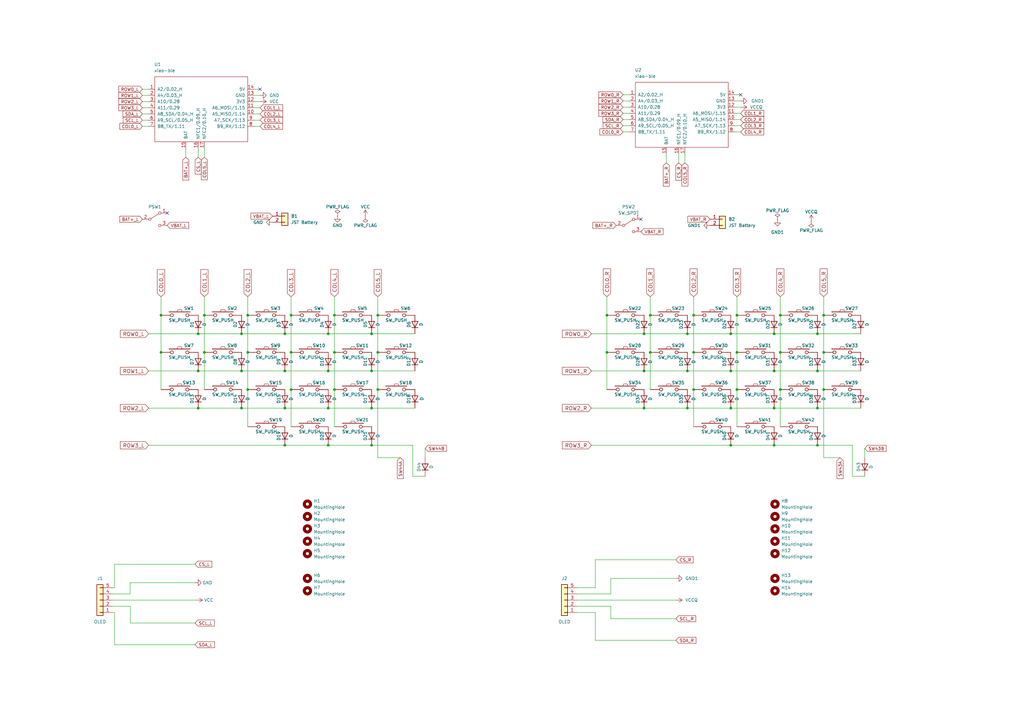
<source format=kicad_sch>
(kicad_sch (version 20231120) (generator "eeschema") (generator_version "8.0")
  (paper "A3")
  (title_block (title "Corne Xiao") (date "2024-09-09") (rev "1.1") (company "Author : Friction"))
  (junction (at 116.84 136.906))
  (junction (at 101.6 144.526))
  (junction (at 317.5 152.146))
  (junction (at 134.62 167.386))
  (junction (at 284.48 159.766))
  (junction (at 299.72 167.386))
  (junction (at 264.16 167.386))
  (junction (at 137.16 159.766))
  (junction (at 264.16 136.906))
  (junction (at 337.82 159.766))
  (junction (at 335.28 152.146))
  (junction (at 152.4 152.146))
  (junction (at 152.4 136.906))
  (junction (at 284.48 144.526))
  (junction (at 154.94 159.766))
  (junction (at 248.92 129.286))
  (junction (at 266.7 144.526))
  (junction (at 116.84 167.386))
  (junction (at 152.4 167.386))
  (junction (at 335.28 136.906))
  (junction (at 83.82 144.526))
  (junction (at 302.26 129.286))
  (junction (at 281.94 167.386))
  (junction (at 134.62 136.906))
  (junction (at 248.92 144.526))
  (junction (at 154.94 129.286))
  (junction (at 81.28 167.386))
  (junction (at 317.5 167.386))
  (junction (at 302.26 159.766))
  (junction (at 266.7 129.286))
  (junction (at 116.84 182.626))
  (junction (at 299.72 182.626))
  (junction (at 134.62 152.146))
  (junction (at 320.04 159.766))
  (junction (at 119.38 144.526))
  (junction (at 119.38 129.286))
  (junction (at 81.28 152.146))
  (junction (at 317.5 182.626))
  (junction (at 81.28 136.906))
  (junction (at 281.94 136.906))
  (junction (at 119.38 159.766))
  (junction (at 137.16 129.286))
  (junction (at 281.94 152.146))
  (junction (at 320.04 144.526))
  (junction (at 154.94 144.526))
  (junction (at 83.82 129.286))
  (junction (at 152.4 182.626))
  (junction (at 101.6 129.286))
  (junction (at 66.04 144.526))
  (junction (at 134.62 182.626))
  (junction (at 99.06 152.146))
  (junction (at 299.72 152.146))
  (junction (at 299.72 136.906))
  (junction (at 337.82 129.286))
  (junction (at 335.28 167.386))
  (junction (at 320.04 129.286))
  (junction (at 66.04 129.286))
  (junction (at 264.16 152.146))
  (junction (at 116.84 152.146))
  (junction (at 302.26 144.526))
  (junction (at 284.48 129.286))
  (junction (at 137.16 144.526))
  (junction (at 99.06 167.386))
  (junction (at 335.28 182.626))
  (junction (at 99.06 136.906))
  (junction (at 101.6 159.766))
  (junction (at 317.5 136.906))
  (junction (at 337.82 144.526))
  (no_connect (at 106.68 36.576))
  (no_connect (at 68.58 87.376))
  (no_connect (at 303.784 38.862))
  (no_connect (at 262.89 89.916))
  (wire (pts (xy 266.7 144.526) (xy 266.7 159.766)))
  (wire (pts (xy 66.04 121.666) (xy 66.04 129.286)))
  (wire (pts (xy 248.92 121.666) (xy 248.92 129.286)))
  (wire (pts (xy 81.28 136.906) (xy 99.06 136.906)))
  (wire (pts (xy 152.4 152.146) (xy 170.18 152.146)))
  (wire (pts (xy 301.244 43.942) (xy 303.784 43.942)))
  (wire (pts (xy 250.5511 248.666) (xy 250.5511 253.746)))
  (wire (pts (xy 337.82 159.766) (xy 337.82 187.706)))
  (wire (pts (xy 236.5811 248.666) (xy 250.5511 248.666)))
  (wire (pts (xy 244.2011 262.636) (xy 277.2211 262.636)))
  (wire (pts (xy 66.04 129.286) (xy 66.04 144.526)))
  (wire (pts (xy 264.16 167.386) (xy 281.94 167.386)))
  (wire (pts (xy 169.2711 195.326) (xy 169.2711 182.626)))
  (wire (pts (xy 119.38 159.766) (xy 119.38 175.006)))
  (wire (pts (xy 250.5511 243.586) (xy 250.5511 237.236)))
  (wire (pts (xy 337.82 187.706) (xy 344.5311 187.706)))
  (wire (pts (xy 137.16 129.286) (xy 137.16 144.526)))
  (wire (pts (xy 264.16 152.146) (xy 281.94 152.146)))
  (wire (pts (xy 301.244 51.562) (xy 303.784 51.562)))
  (wire (pts (xy 335.28 152.146) (xy 353.06 152.146)))
  (wire (pts (xy 134.62 182.626) (xy 152.4 182.626)))
  (wire (pts (xy 99.06 167.386) (xy 116.84 167.386)))
  (wire (pts (xy 81.28 167.386) (xy 99.06 167.386)))
  (wire (pts (xy 317.5 182.626) (xy 335.28 182.626)))
  (wire (pts (xy 244.2011 241.046) (xy 244.2011 229.616)))
  (wire (pts (xy 320.04 159.766) (xy 320.04 175.006)))
  (wire (pts (xy 83.82 60.706) (xy 83.82 64.516)))
  (wire (pts (xy 101.6 159.766) (xy 101.6 175.006)))
  (wire (pts (xy 46.0811 251.206) (xy 46.99 251.206)))
  (wire (pts (xy 280.924 62.992) (xy 280.924 66.802)))
  (wire (pts (xy 46.99 264.414) (xy 80.01 264.414)))
  (wire (pts (xy 284.48 121.666) (xy 284.48 129.286)))
  (wire (pts (xy 335.28 136.906) (xy 353.06 136.906)))
  (wire (pts (xy 101.6 129.286) (xy 101.6 144.526)))
  (wire (pts (xy 60.96 136.906) (xy 81.28 136.906)))
  (wire (pts (xy 152.4 167.386) (xy 170.18 167.386)))
  (wire (pts (xy 236.5811 243.586) (xy 250.5511 243.586)))
  (wire (pts (xy 236.5811 251.206) (xy 244.2011 251.206)))
  (wire (pts (xy 99.06 152.146) (xy 116.84 152.146)))
  (wire (pts (xy 154.94 144.526) (xy 154.94 159.766)))
  (wire (pts (xy 53.34 243.586) (xy 53.34 239.014)))
  (wire (pts (xy 255.524 51.562) (xy 258.064 51.562)))
  (wire (pts (xy 301.244 54.102) (xy 303.784 54.102)))
  (wire (pts (xy 46.99 231.394) (xy 80.01 231.394)))
  (wire (pts (xy 76.2 60.706) (xy 76.2 64.516)))
  (wire (pts (xy 81.28 60.706) (xy 81.28 64.516)))
  (wire (pts (xy 242.57 152.146) (xy 264.16 152.146)))
  (wire (pts (xy 255.524 54.102) (xy 258.064 54.102)))
  (wire (pts (xy 58.42 49.276) (xy 60.96 49.276)))
  (wire (pts (xy 299.72 136.906) (xy 317.5 136.906)))
  (wire (pts (xy 66.04 144.526) (xy 66.04 159.766)))
  (wire (pts (xy 317.5 167.386) (xy 335.28 167.386)))
  (wire (pts (xy 242.57 136.906) (xy 264.16 136.906)))
  (wire (pts (xy 119.38 121.666) (xy 119.38 129.286)))
  (wire (pts (xy 174.3511 183.896) (xy 174.3511 187.706)))
  (wire (pts (xy 255.524 49.022) (xy 258.064 49.022)))
  (wire (pts (xy 320.04 129.286) (xy 320.04 144.526)))
  (wire (pts (xy 60.96 182.626) (xy 116.84 182.626)))
  (wire (pts (xy 83.82 144.526) (xy 83.82 159.766)))
  (wire (pts (xy 99.06 136.906) (xy 116.84 136.906)))
  (wire (pts (xy 134.62 136.906) (xy 152.4 136.906)))
  (wire (pts (xy 302.26 121.666) (xy 302.26 129.286)))
  (wire (pts (xy 248.92 129.286) (xy 248.92 144.526)))
  (wire (pts (xy 284.48 144.526) (xy 284.48 159.766)))
  (wire (pts (xy 264.16 136.906) (xy 281.94 136.906)))
  (wire (pts (xy 266.7 121.666) (xy 266.7 129.286)))
  (wire (pts (xy 46.0811 241.046) (xy 46.99 241.046)))
  (wire (pts (xy 284.48 159.766) (xy 284.48 175.006)))
  (wire (pts (xy 104.14 49.276) (xy 106.68 49.276)))
  (wire (pts (xy 104.14 41.656) (xy 106.68 41.656)))
  (wire (pts (xy 116.84 182.626) (xy 134.62 182.626)))
  (wire (pts (xy 58.42 36.576) (xy 60.96 36.576)))
  (wire (pts (xy 58.42 44.196) (xy 60.96 44.196)))
  (wire (pts (xy 104.14 39.116) (xy 106.68 39.116)))
  (wire (pts (xy 46.0811 248.666) (xy 53.4869 248.666)))
  (wire (pts (xy 281.94 167.386) (xy 299.72 167.386)))
  (wire (pts (xy 152.4 136.906) (xy 170.18 136.906)))
  (wire (pts (xy 58.42 51.816) (xy 60.96 51.816)))
  (wire (pts (xy 255.524 43.942) (xy 258.064 43.942)))
  (wire (pts (xy 354.6911 183.896) (xy 354.6911 187.706)))
  (wire (pts (xy 119.38 129.286) (xy 119.38 144.526)))
  (wire (pts (xy 317.5 152.146) (xy 335.28 152.146)))
  (wire (pts (xy 154.94 159.766) (xy 154.94 187.706)))
  (wire (pts (xy 104.14 36.576) (xy 106.68 36.576)))
  (wire (pts (xy 244.2011 229.616) (xy 277.2211 229.616)))
  (wire (pts (xy 81.28 152.146) (xy 99.06 152.146)))
  (wire (pts (xy 46.0811 246.126) (xy 80.518 246.126)))
  (wire (pts (xy 255.524 41.402) (xy 258.064 41.402)))
  (wire (pts (xy 349.6111 195.326) (xy 354.6911 195.326)))
  (wire (pts (xy 58.42 41.656) (xy 60.96 41.656)))
  (wire (pts (xy 250.5511 237.236) (xy 277.2211 237.236)))
  (wire (pts (xy 236.5811 246.126) (xy 277.2211 246.126)))
  (wire (pts (xy 266.7 129.286) (xy 266.7 144.526)))
  (wire (pts (xy 58.42 39.116) (xy 60.96 39.116)))
  (wire (pts (xy 154.94 187.706) (xy 164.1911 187.706)))
  (wire (pts (xy 349.6111 195.326) (xy 349.6111 182.626)))
  (wire (pts (xy 104.14 46.736) (xy 106.68 46.736)))
  (wire (pts (xy 104.14 51.816) (xy 106.68 51.816)))
  (wire (pts (xy 302.26 159.766) (xy 302.26 175.006)))
  (wire (pts (xy 83.82 129.286) (xy 83.82 144.526)))
  (wire (pts (xy 53.4869 255.524) (xy 80.01 255.524)))
  (wire (pts (xy 317.5 136.906) (xy 335.28 136.906)))
  (wire (pts (xy 255.524 38.862) (xy 258.064 38.862)))
  (wire (pts (xy 46.99 251.206) (xy 46.99 264.414)))
  (wire (pts (xy 46.0811 243.586) (xy 53.34 243.586)))
  (wire (pts (xy 83.82 121.666) (xy 83.82 129.286)))
  (wire (pts (xy 337.82 121.666) (xy 337.82 129.286)))
  (wire (pts (xy 53.4869 248.666) (xy 53.4869 255.524)))
  (wire (pts (xy 299.72 182.626) (xy 317.5 182.626)))
  (wire (pts (xy 299.72 152.146) (xy 317.5 152.146)))
  (wire (pts (xy 349.6111 182.626) (xy 335.28 182.626)))
  (wire (pts (xy 101.6 144.526) (xy 101.6 159.766)))
  (wire (pts (xy 255.524 46.482) (xy 258.064 46.482)))
  (wire (pts (xy 116.84 136.906) (xy 134.62 136.906)))
  (wire (pts (xy 302.26 144.526) (xy 302.26 159.766)))
  (wire (pts (xy 337.82 144.526) (xy 337.82 159.766)))
  (wire (pts (xy 302.26 129.286) (xy 302.26 144.526)))
  (wire (pts (xy 301.244 46.482) (xy 303.784 46.482)))
  (wire (pts (xy 119.38 144.526) (xy 119.38 159.766)))
  (wire (pts (xy 301.244 41.402) (xy 303.784 41.402)))
  (wire (pts (xy 281.94 152.146) (xy 299.72 152.146)))
  (wire (pts (xy 299.72 167.386) (xy 317.5 167.386)))
  (wire (pts (xy 46.99 241.046) (xy 46.99 231.394)))
  (wire (pts (xy 137.16 121.666) (xy 137.16 129.286)))
  (wire (pts (xy 60.96 167.386) (xy 81.28 167.386)))
  (wire (pts (xy 337.82 129.286) (xy 337.82 144.526)))
  (wire (pts (xy 242.57 167.386) (xy 264.16 167.386)))
  (wire (pts (xy 134.62 167.386) (xy 152.4 167.386)))
  (wire (pts (xy 250.5511 253.746) (xy 277.2211 253.746)))
  (wire (pts (xy 58.42 46.736) (xy 60.96 46.736)))
  (wire (pts (xy 320.04 144.526) (xy 320.04 159.766)))
  (wire (pts (xy 169.2711 195.326) (xy 174.3511 195.326)))
  (wire (pts (xy 116.84 167.386) (xy 134.62 167.386)))
  (wire (pts (xy 335.28 167.386) (xy 353.06 167.386)))
  (wire (pts (xy 60.96 152.146) (xy 81.28 152.146)))
  (wire (pts (xy 320.04 121.666) (xy 320.04 129.286)))
  (wire (pts (xy 101.6 121.666) (xy 101.6 129.286)))
  (wire (pts (xy 104.14 44.196) (xy 106.68 44.196)))
  (wire (pts (xy 242.57 182.626) (xy 299.72 182.626)))
  (wire (pts (xy 154.94 129.286) (xy 154.94 144.526)))
  (wire (pts (xy 273.304 62.992) (xy 273.304 66.802)))
  (wire (pts (xy 236.5811 241.046) (xy 244.2011 241.046)))
  (wire (pts (xy 278.384 62.992) (xy 278.384 66.802)))
  (wire (pts (xy 244.2011 251.206) (xy 244.2011 262.636)))
  (wire (pts (xy 303.784 38.862) (xy 301.244 38.862)))
  (wire (pts (xy 137.16 144.526) (xy 137.16 159.766)))
  (wire (pts (xy 284.48 129.286) (xy 284.48 144.526)))
  (wire (pts (xy 53.34 239.014) (xy 80.01 239.014)))
  (wire (pts (xy 301.244 49.022) (xy 303.784 49.022)))
  (wire (pts (xy 116.84 152.146) (xy 134.62 152.146)))
  (wire (pts (xy 248.92 144.526) (xy 248.92 159.766)))
  (wire (pts (xy 134.62 152.146) (xy 152.4 152.146)))
  (wire (pts (xy 137.16 159.766) (xy 137.16 175.006)))
  (wire (pts (xy 281.94 136.906) (xy 299.72 136.906)))
  (wire (pts (xy 154.94 121.666) (xy 154.94 129.286)))
  (wire (pts (xy 169.2711 182.626) (xy 152.4 182.626)))
  (global_label "ROW3_R" (shape input) (at 242.57 182.626 180) (effects (font (size 1.524 1.524))) (property "Intersheetrefs" "${INTERSHEET_REFS}" (effects (hide yes))))
  (global_label "SDA_L" (shape input) (at 58.42 46.736 180) (property "Intersheetrefs" "${INTERSHEET_REFS}" (effects (hide yes))))
  (global_label "SCL_R" (shape input) (at 255.524 51.562 180) (property "Intersheetrefs" "${INTERSHEET_REFS}" (effects (hide yes))))
  (global_label "COL0_L" (shape input) (at 66.04 121.666 90) (effects (font (size 1.524 1.524))) (property "Intersheetrefs" "${INTERSHEET_REFS}" (effects (hide yes))))
  (global_label "VBAT_L" (shape input) (at 111.76 88.646 180) (property "Intersheetrefs" "${INTERSHEET_REFS}" (effects (hide yes))))
  (global_label "COL1_L" (shape input) (at 83.82 121.666 90) (effects (font (size 1.524 1.524))) (property "Intersheetrefs" "${INTERSHEET_REFS}" (effects (hide yes))))
  (global_label "ROW3_R" (shape input) (at 255.524 46.482 180) (property "Intersheetrefs" "${INTERSHEET_REFS}" (effects (hide yes))))
  (global_label "ROW0_L" (shape input) (at 60.96 136.906 180) (effects (font (size 1.524 1.524))) (property "Intersheetrefs" "${INTERSHEET_REFS}" (effects (hide yes))))
  (global_label "ROW1_R" (shape input) (at 242.57 152.146 180) (effects (font (size 1.524 1.524))) (property "Intersheetrefs" "${INTERSHEET_REFS}" (effects (hide yes))))
  (global_label "BAT+_L" (shape input) (at 58.42 89.916 180) (property "Intersheetrefs" "${INTERSHEET_REFS}" (effects (hide yes))))
  (global_label "ROW2_L" (shape input) (at 60.96 167.386 180) (effects (font (size 1.524 1.524))) (property "Intersheetrefs" "${INTERSHEET_REFS}" (effects (hide yes))))
  (global_label "ROW1_R" (shape input) (at 255.524 41.402 180) (property "Intersheetrefs" "${INTERSHEET_REFS}" (effects (hide yes))))
  (global_label "ROW1_L" (shape input) (at 58.42 39.116 180) (property "Intersheetrefs" "${INTERSHEET_REFS}" (effects (hide yes))))
  (global_label "COL4_R" (shape input) (at 303.784 54.102 0) (property "Intersheetrefs" "${INTERSHEET_REFS}" (effects (hide yes))))
  (global_label "SDA_R" (shape input) (at 277.2211 262.636 0) (property "Intersheetrefs" "${INTERSHEET_REFS}" (effects (hide yes))))
  (global_label "VBAT_R" (shape input) (at 262.89 94.996 0) (property "Intersheetrefs" "${INTERSHEET_REFS}" (effects (hide yes))))
  (global_label "ROW1_L" (shape input) (at 60.96 152.146 180) (effects (font (size 1.524 1.524))) (property "Intersheetrefs" "${INTERSHEET_REFS}" (effects (hide yes))))
  (global_label "ROW2_L" (shape input) (at 58.42 41.656 180) (property "Intersheetrefs" "${INTERSHEET_REFS}" (effects (hide yes))))
  (global_label "CS_L" (shape input) (at 80.01 231.394 0) (property "Intersheetrefs" "${INTERSHEET_REFS}" (effects (hide yes))))
  (global_label "COL2_L" (shape input) (at 101.6 121.666 90) (effects (font (size 1.524 1.524))) (property "Intersheetrefs" "${INTERSHEET_REFS}" (effects (hide yes))))
  (global_label "COL4_L" (shape input) (at 106.68 51.816 0) (property "Intersheetrefs" "${INTERSHEET_REFS}" (effects (hide yes))))
  (global_label "SCL_L" (shape input) (at 80.01 255.524 0) (property "Intersheetrefs" "${INTERSHEET_REFS}" (effects (hide yes))))
  (global_label "SW44A" (shape input) (at 164.1911 187.706 270) (property "Intersheetrefs" "${INTERSHEET_REFS}" (effects (hide yes))))
  (global_label "SCL_R" (shape input) (at 277.2211 253.746 0) (property "Intersheetrefs" "${INTERSHEET_REFS}" (effects (hide yes))))
  (global_label "ROW0_R" (shape input) (at 255.524 38.862 180) (property "Intersheetrefs" "${INTERSHEET_REFS}" (effects (hide yes))))
  (global_label "COL0_R" (shape input) (at 248.92 121.666 90) (effects (font (size 1.524 1.524))) (property "Intersheetrefs" "${INTERSHEET_REFS}" (effects (hide yes))))
  (global_label "ROW0_R" (shape input) (at 242.57 136.906 180) (effects (font (size 1.524 1.524))) (property "Intersheetrefs" "${INTERSHEET_REFS}" (effects (hide yes))))
  (global_label "COL3_L" (shape input) (at 106.68 49.276 0) (property "Intersheetrefs" "${INTERSHEET_REFS}" (effects (hide yes))))
  (global_label "COL5_L" (shape input) (at 83.82 64.516 270) (property "Intersheetrefs" "${INTERSHEET_REFS}" (effects (hide yes))))
  (global_label "BAT+_R" (shape input) (at 273.304 66.802 270) (property "Intersheetrefs" "${INTERSHEET_REFS}" (effects (hide yes))))
  (global_label "COL2_L" (shape input) (at 106.68 46.736 0) (property "Intersheetrefs" "${INTERSHEET_REFS}" (effects (hide yes))))
  (global_label "COL2_R" (shape input) (at 303.784 49.022 0) (property "Intersheetrefs" "${INTERSHEET_REFS}" (effects (hide yes))))
  (global_label "COL5_R" (shape input) (at 337.82 121.666 90) (effects (font (size 1.524 1.524))) (property "Intersheetrefs" "${INTERSHEET_REFS}" (effects (hide yes))))
  (global_label "COL5_L" (shape input) (at 154.94 121.666 90) (effects (font (size 1.524 1.524))) (property "Intersheetrefs" "${INTERSHEET_REFS}" (effects (hide yes))))
  (global_label "SW44B" (shape input) (at 174.3511 183.896 0) (property "Intersheetrefs" "${INTERSHEET_REFS}" (effects (hide yes))))
  (global_label "ROW3_L" (shape input) (at 58.42 44.196 180) (property "Intersheetrefs" "${INTERSHEET_REFS}" (effects (hide yes))))
  (global_label "BAT+_L" (shape input) (at 76.2 64.516 270) (property "Intersheetrefs" "${INTERSHEET_REFS}" (effects (hide yes))))
  (global_label "VBAT_R" (shape input) (at 291.1911 89.916 180) (property "Intersheetrefs" "${INTERSHEET_REFS}" (effects (hide yes))))
  (global_label "ROW3_L" (shape input) (at 60.96 182.626 180) (effects (font (size 1.524 1.524))) (property "Intersheetrefs" "${INTERSHEET_REFS}" (effects (hide yes))))
  (global_label "COL4_L" (shape input) (at 137.16 121.666 90) (effects (font (size 1.524 1.524))) (property "Intersheetrefs" "${INTERSHEET_REFS}" (effects (hide yes))))
  (global_label "SDA_L" (shape input) (at 80.01 264.414 0) (property "Intersheetrefs" "${INTERSHEET_REFS}" (effects (hide yes))))
  (global_label "SW43A" (shape input) (at 344.5311 187.706 270) (property "Intersheetrefs" "${INTERSHEET_REFS}" (effects (hide yes))))
  (global_label "CS_R" (shape input) (at 277.2211 229.616 0) (property "Intersheetrefs" "${INTERSHEET_REFS}" (effects (hide yes))))
  (global_label "COL4_R" (shape input) (at 320.04 121.666 90) (effects (font (size 1.524 1.524))) (property "Intersheetrefs" "${INTERSHEET_REFS}" (effects (hide yes))))
  (global_label "ROW0_L" (shape input) (at 58.42 36.576 180) (property "Intersheetrefs" "${INTERSHEET_REFS}" (effects (hide yes))))
  (global_label "COL1_R" (shape input) (at 266.7 121.666 90) (effects (font (size 1.524 1.524))) (property "Intersheetrefs" "${INTERSHEET_REFS}" (effects (hide yes))))
  (global_label "CS_L" (shape input) (at 81.28 64.516 270) (property "Intersheetrefs" "${INTERSHEET_REFS}" (effects (hide yes))))
  (global_label "CS_R" (shape input) (at 278.384 66.802 270) (property "Intersheetrefs" "${INTERSHEET_REFS}" (effects (hide yes))))
  (global_label "COL3_R" (shape input) (at 303.784 51.562 0) (property "Intersheetrefs" "${INTERSHEET_REFS}" (effects (hide yes))))
  (global_label "ROW2_R" (shape input) (at 242.57 167.386 180) (effects (font (size 1.524 1.524))) (property "Intersheetrefs" "${INTERSHEET_REFS}" (effects (hide yes))))
  (global_label "SCL_L" (shape input) (at 58.42 49.276 180) (property "Intersheetrefs" "${INTERSHEET_REFS}" (effects (hide yes))))
  (global_label "SDA_R" (shape input) (at 255.524 49.022 180) (property "Intersheetrefs" "${INTERSHEET_REFS}" (effects (hide yes))))
  (global_label "COL1_L" (shape input) (at 106.68 44.196 0) (property "Intersheetrefs" "${INTERSHEET_REFS}" (effects (hide yes))))
  (global_label "COL2_R" (shape input) (at 284.48 121.666 90) (effects (font (size 1.524 1.524))) (property "Intersheetrefs" "${INTERSHEET_REFS}" (effects (hide yes))))
  (global_label "COL3_R" (shape input) (at 302.26 121.666 90) (effects (font (size 1.524 1.524))) (property "Intersheetrefs" "${INTERSHEET_REFS}" (effects (hide yes))))
  (global_label "VBAT_L" (shape input) (at 68.58 92.456 0) (property "Intersheetrefs" "${INTERSHEET_REFS}" (effects (hide yes))))
  (global_label "SW43B" (shape input) (at 354.6911 183.896 0) (property "Intersheetrefs" "${INTERSHEET_REFS}" (effects (hide yes))))
  (global_label "COL1_R" (shape input) (at 303.784 46.482 0) (property "Intersheetrefs" "${INTERSHEET_REFS}" (effects (hide yes))))
  (global_label "ROW2_R" (shape input) (at 255.524 43.942 180) (property "Intersheetrefs" "${INTERSHEET_REFS}" (effects (hide yes))))
  (global_label "COL0_L" (shape input) (at 58.42 51.816 180) (property "Intersheetrefs" "${INTERSHEET_REFS}" (effects (hide yes))))
  (global_label "BAT+_R" (shape input) (at 252.73 92.456 180) (property "Intersheetrefs" "${INTERSHEET_REFS}" (effects (hide yes))))
  (global_label "COL0_R" (shape input) (at 255.524 54.102 180) (property "Intersheetrefs" "${INTERSHEET_REFS}" (effects (hide yes))))
  (global_label "COL5_R" (shape input) (at 280.924 66.802 270) (property "Intersheetrefs" "${INTERSHEET_REFS}" (effects (hide yes))))
  (global_label "COL3_L" (shape input) (at 119.38 121.666 90) (effects (font (size 1.524 1.524))) (property "Intersheetrefs" "${INTERSHEET_REFS}" (effects (hide yes))))
  (symbol (lib_id "kbd:SW_PUSH") (at 91.44 129.286 0) (unit 1)
    (property "Reference" "SW2" (at 95.25 126.492 0))
    (property "Value" "SW_PUSH" (at 91.44 131.318 0))
    (property "Footprint" "keeb_switches:CPG1316S01D02_mikeholscher" (effects (hide yes)))
  )
  (symbol (lib_id "Device:D") (at 99.06 133.096 90) (unit 1)
    (property "Reference" "D2" (at 96.52 133.096 0))
    (property "Value" "D" (at 101.6 133.096 0))
    (property "Footprint" "kbd:D3_SMD_v2" (effects (hide yes)))
  )
  (symbol (lib_id "kbd:SW_PUSH") (at 109.22 129.286 0) (unit 1)
    (property "Reference" "SW3" (at 113.03 126.492 0))
    (property "Value" "SW_PUSH" (at 109.22 131.318 0))
    (property "Footprint" "keeb_switches:CPG1316S01D02_mikeholscher" (effects (hide yes)))
  )
  (symbol (lib_id "Device:D") (at 116.84 133.096 90) (unit 1)
    (property "Reference" "D3" (at 114.3 133.096 0))
    (property "Value" "D" (at 119.38 133.096 0))
    (property "Footprint" "kbd:D3_SMD_v2" (effects (hide yes)))
  )
  (symbol (lib_id "kbd:SW_PUSH") (at 127 129.286 0) (unit 1)
    (property "Reference" "SW4" (at 130.81 126.492 0))
    (property "Value" "SW_PUSH" (at 127 131.318 0))
    (property "Footprint" "keeb_switches:CPG1316S01D02_mikeholscher" (effects (hide yes)))
  )
  (symbol (lib_id "kbd:SW_PUSH") (at 144.78 129.286 0) (unit 1)
    (property "Reference" "SW5" (at 148.59 126.492 0))
    (property "Value" "SW_PUSH" (at 144.78 131.318 0))
    (property "Footprint" "keeb_switches:CPG1316S01D02_mikeholscher" (effects (hide yes)))
  )
  (symbol (lib_id "kbd:SW_PUSH") (at 162.56 129.286 0) (unit 1)
    (property "Reference" "SW6" (at 166.37 126.492 0))
    (property "Value" "SW_PUSH" (at 162.56 131.318 0))
    (property "Footprint" "keeb_switches:CPG1316S01D02_mikeholscher" (effects (hide yes)))
  )
  (symbol (lib_id "Device:D") (at 134.62 133.096 90) (unit 1)
    (property "Reference" "D4" (at 132.08 133.096 0))
    (property "Value" "D" (at 137.16 133.096 0))
    (property "Footprint" "kbd:D3_SMD_v2" (effects (hide yes)))
  )
  (symbol (lib_id "Device:D") (at 152.4 133.096 90) (unit 1)
    (property "Reference" "D5" (at 149.86 133.096 0))
    (property "Value" "D" (at 154.94 133.096 0))
    (property "Footprint" "kbd:D3_SMD_v2" (effects (hide yes)))
  )
  (symbol (lib_id "Device:D") (at 170.18 133.096 90) (unit 1)
    (property "Reference" "D6" (at 167.64 133.096 0))
    (property "Value" "D" (at 172.72 133.096 0))
    (property "Footprint" "kbd:D3_SMD_v2" (effects (hide yes)))
  )
  (symbol (lib_id "kbd:SW_PUSH") (at 73.66 129.286 0) (unit 1)
    (property "Reference" "SW1" (at 77.47 126.492 0))
    (property "Value" "SW_PUSH" (at 73.66 131.318 0))
    (property "Footprint" "keeb_switches:CPG1316S01D02_mikeholscher" (effects (hide yes)))
  )
  (symbol (lib_id "Device:D") (at 81.28 133.096 90) (unit 1)
    (property "Reference" "D1" (at 78.74 133.096 0))
    (property "Value" "D" (at 83.82 133.096 0))
    (property "Footprint" "kbd:D3_SMD_v2" (effects (hide yes)))
  )
  (symbol (lib_id "kbd:SW_PUSH") (at 91.44 144.526 0) (unit 1)
    (property "Reference" "SW8" (at 95.25 141.732 0))
    (property "Value" "SW_PUSH" (at 91.44 146.558 0))
    (property "Footprint" "keeb_switches:CPG1316S01D02_mikeholscher" (effects (hide yes)))
  )
  (symbol (lib_id "Device:D") (at 99.06 148.336 90) (unit 1)
    (property "Reference" "D8" (at 96.52 148.336 0))
    (property "Value" "D" (at 101.6 148.336 0))
    (property "Footprint" "kbd:D3_SMD_v2" (effects (hide yes)))
  )
  (symbol (lib_id "kbd:SW_PUSH") (at 109.22 144.526 0) (unit 1)
    (property "Reference" "SW9" (at 113.03 141.732 0))
    (property "Value" "SW_PUSH" (at 109.22 146.558 0))
    (property "Footprint" "keeb_switches:CPG1316S01D02_mikeholscher" (effects (hide yes)))
  )
  (symbol (lib_id "Device:D") (at 116.84 148.336 90) (unit 1)
    (property "Reference" "D9" (at 114.3 148.336 0))
    (property "Value" "D" (at 119.38 148.336 0))
    (property "Footprint" "kbd:D3_SMD_v2" (effects (hide yes)))
  )
  (symbol (lib_id "kbd:SW_PUSH") (at 127 144.526 0) (unit 1)
    (property "Reference" "SW10" (at 130.81 141.732 0))
    (property "Value" "SW_PUSH" (at 127 146.558 0))
    (property "Footprint" "keeb_switches:CPG1316S01D02_mikeholscher" (effects (hide yes)))
  )
  (symbol (lib_id "kbd:SW_PUSH") (at 144.78 144.526 0) (unit 1)
    (property "Reference" "SW11" (at 148.59 141.732 0))
    (property "Value" "SW_PUSH" (at 144.78 146.558 0))
    (property "Footprint" "keeb_switches:CPG1316S01D02_mikeholscher" (effects (hide yes)))
  )
  (symbol (lib_id "kbd:SW_PUSH") (at 162.56 144.526 0) (unit 1)
    (property "Reference" "SW12" (at 166.37 141.732 0))
    (property "Value" "SW_PUSH" (at 162.56 146.558 0))
    (property "Footprint" "keeb_switches:CPG1316S01D02_mikeholscher" (effects (hide yes)))
  )
  (symbol (lib_id "Device:D") (at 134.62 148.336 90) (unit 1)
    (property "Reference" "D10" (at 132.08 148.336 0))
    (property "Value" "D" (at 137.16 148.336 0))
    (property "Footprint" "kbd:D3_SMD_v2" (effects (hide yes)))
  )
  (symbol (lib_id "Device:D") (at 152.4 148.336 90) (unit 1)
    (property "Reference" "D11" (at 149.86 148.336 0))
    (property "Value" "D" (at 154.94 148.336 0))
    (property "Footprint" "kbd:D3_SMD_v2" (effects (hide yes)))
  )
  (symbol (lib_id "Device:D") (at 170.18 148.336 90) (unit 1)
    (property "Reference" "D12" (at 167.64 148.336 0))
    (property "Value" "D" (at 172.72 148.336 0))
    (property "Footprint" "kbd:D3_SMD_v2" (effects (hide yes)))
  )
  (symbol (lib_id "kbd:SW_PUSH") (at 73.66 144.526 0) (unit 1)
    (property "Reference" "SW7" (at 77.47 141.732 0))
    (property "Value" "SW_PUSH" (at 73.66 146.558 0))
    (property "Footprint" "keeb_switches:CPG1316S01D02_mikeholscher" (effects (hide yes)))
  )
  (symbol (lib_id "Device:D") (at 81.28 148.336 90) (unit 1)
    (property "Reference" "D7" (at 78.74 148.336 0))
    (property "Value" "D" (at 83.82 148.336 0))
    (property "Footprint" "kbd:D3_SMD_v2" (effects (hide yes)))
  )
  (symbol (lib_id "kbd:SW_PUSH") (at 91.44 159.766 0) (unit 1)
    (property "Reference" "SW14" (at 95.25 156.972 0))
    (property "Value" "SW_PUSH" (at 91.44 161.798 0))
    (property "Footprint" "keeb_switches:CPG1316S01D02_mikeholscher" (effects (hide yes)))
  )
  (symbol (lib_id "Device:D") (at 99.06 163.576 90) (unit 1)
    (property "Reference" "D14" (at 96.52 163.576 0))
    (property "Value" "D" (at 101.6 163.576 0))
    (property "Footprint" "kbd:D3_SMD_v2" (effects (hide yes)))
  )
  (symbol (lib_id "kbd:SW_PUSH") (at 109.22 159.766 0) (unit 1)
    (property "Reference" "SW15" (at 113.03 156.972 0))
    (property "Value" "SW_PUSH" (at 109.22 161.798 0))
    (property "Footprint" "keeb_switches:CPG1316S01D02_mikeholscher" (effects (hide yes)))
  )
  (symbol (lib_id "Device:D") (at 116.84 163.576 90) (unit 1)
    (property "Reference" "D15" (at 114.3 163.576 0))
    (property "Value" "D" (at 119.38 163.576 0))
    (property "Footprint" "kbd:D3_SMD_v2" (effects (hide yes)))
  )
  (symbol (lib_id "kbd:SW_PUSH") (at 127 159.766 0) (unit 1)
    (property "Reference" "SW16" (at 130.81 156.972 0))
    (property "Value" "SW_PUSH" (at 127 161.798 0))
    (property "Footprint" "keeb_switches:CPG1316S01D02_mikeholscher" (effects (hide yes)))
  )
  (symbol (lib_id "kbd:SW_PUSH") (at 144.78 159.766 0) (unit 1)
    (property "Reference" "SW17" (at 148.59 156.972 0))
    (property "Value" "SW_PUSH" (at 144.78 161.798 0))
    (property "Footprint" "keeb_switches:CPG1316S01D02_mikeholscher" (effects (hide yes)))
  )
  (symbol (lib_id "kbd:SW_PUSH") (at 162.56 159.766 0) (unit 1)
    (property "Reference" "SW18" (at 166.37 156.972 0))
    (property "Value" "SW_PUSH" (at 162.56 161.798 0))
    (property "Footprint" "keeb_switches:CPG1316S01D02_mikeholscher" (effects (hide yes)))
  )
  (symbol (lib_id "Device:D") (at 134.62 163.576 90) (unit 1)
    (property "Reference" "D16" (at 132.08 163.576 0))
    (property "Value" "D" (at 137.16 163.576 0))
    (property "Footprint" "kbd:D3_SMD_v2" (effects (hide yes)))
  )
  (symbol (lib_id "Device:D") (at 152.4 163.576 90) (unit 1)
    (property "Reference" "D17" (at 149.86 163.576 0))
    (property "Value" "D" (at 154.94 163.576 0))
    (property "Footprint" "kbd:D3_SMD_v2" (effects (hide yes)))
  )
  (symbol (lib_id "Device:D") (at 170.18 163.576 90) (unit 1)
    (property "Reference" "D18" (at 167.64 163.576 0))
    (property "Value" "D" (at 172.974 163.576 0))
    (property "Footprint" "kbd:D3_SMD_v2" (effects (hide yes)))
  )
  (symbol (lib_id "kbd:SW_PUSH") (at 73.66 159.766 0) (unit 1)
    (property "Reference" "SW13" (at 77.47 156.972 0))
    (property "Value" "SW_PUSH" (at 73.66 161.798 0))
    (property "Footprint" "keeb_switches:CPG1316S01D02_mikeholscher" (effects (hide yes)))
  )
  (symbol (lib_id "Device:D") (at 81.28 163.576 90) (unit 1)
    (property "Reference" "D13" (at 78.74 163.576 0))
    (property "Value" "D" (at 83.82 163.576 0))
    (property "Footprint" "kbd:D3_SMD_v2" (effects (hide yes)))
  )
  (symbol (lib_id "kbd:SW_PUSH") (at 127 175.006 0) (unit 1)
    (property "Reference" "SW20" (at 130.81 172.212 0))
    (property "Value" "SW_PUSH" (at 127 177.038 0))
    (property "Footprint" "keeb_switches:CPG1316S01D02_mikeholscher" (effects (hide yes)))
  )
  (symbol (lib_id "Device:D") (at 134.62 178.816 90) (unit 1)
    (property "Reference" "D20" (at 132.08 178.816 0))
    (property "Value" "D" (at 137.16 178.816 0))
    (property "Footprint" "kbd:D3_SMD_v2" (effects (hide yes)))
  )
  (symbol (lib_id "kbd:SW_PUSH") (at 144.78 175.006 0) (unit 1)
    (property "Reference" "SW21" (at 148.59 172.212 0))
    (property "Value" "SW_PUSH" (at 144.78 177.038 0))
    (property "Footprint" "keeb_switches:CPG1316S01D02_mikeholscher" (effects (hide yes)))
  )
  (symbol (lib_id "Device:D") (at 152.4 178.816 90) (unit 1)
    (property "Reference" "D21" (at 149.86 178.816 0))
    (property "Value" "D" (at 154.94 178.816 0))
    (property "Footprint" "kbd:D3_SMD_v2" (effects (hide yes)))
  )
  (symbol (lib_id "kbd:SW_PUSH") (at 109.22 175.006 0) (unit 1)
    (property "Reference" "SW19" (at 113.03 172.212 0))
    (property "Value" "SW_PUSH" (at 109.22 177.038 0))
    (property "Footprint" "keeb_switches:CPG1316S01D02_mikeholscher" (effects (hide yes)))
  )
  (symbol (lib_id "Device:D") (at 116.84 178.816 90) (unit 1)
    (property "Reference" "D19" (at 114.3 178.816 0))
    (property "Value" "D" (at 119.38 178.816 0))
    (property "Footprint" "kbd:D3_SMD_v2" (effects (hide yes)))
  )
  (symbol (lib_id "kbd:SW_PUSH") (at 274.32 129.286 0) (unit 1)
    (property "Reference" "SW23" (at 278.13 126.492 0))
    (property "Value" "SW_PUSH" (at 274.32 131.318 0))
    (property "Footprint" "keeb_switches:CPG1316S01D02_mikeholscher" (effects (hide yes)))
  )
  (symbol (lib_id "Device:D") (at 281.94 133.096 90) (unit 1)
    (property "Reference" "D23" (at 279.4 133.096 0))
    (property "Value" "D" (at 284.48 133.096 0))
    (property "Footprint" "kbd:D3_SMD_v2" (effects (hide yes)))
  )
  (symbol (lib_id "kbd:SW_PUSH") (at 292.1 129.286 0) (unit 1)
    (property "Reference" "SW24" (at 295.91 126.492 0))
    (property "Value" "SW_PUSH" (at 292.1 131.318 0))
    (property "Footprint" "keeb_switches:CPG1316S01D02_mikeholscher" (effects (hide yes)))
  )
  (symbol (lib_id "Device:D") (at 299.72 133.096 90) (unit 1)
    (property "Reference" "D24" (at 297.18 133.096 0))
    (property "Value" "D" (at 302.26 133.096 0))
    (property "Footprint" "kbd:D3_SMD_v2" (effects (hide yes)))
  )
  (symbol (lib_id "kbd:SW_PUSH") (at 309.88 129.286 0) (unit 1)
    (property "Reference" "SW25" (at 313.69 126.492 0))
    (property "Value" "SW_PUSH" (at 309.88 131.318 0))
    (property "Footprint" "keeb_switches:CPG1316S01D02_mikeholscher" (effects (hide yes)))
  )
  (symbol (lib_id "kbd:SW_PUSH") (at 327.66 129.286 0) (unit 1)
    (property "Reference" "SW26" (at 331.47 126.492 0))
    (property "Value" "SW_PUSH" (at 327.66 131.318 0))
    (property "Footprint" "keeb_switches:CPG1316S01D02_mikeholscher" (effects (hide yes)))
  )
  (symbol (lib_id "kbd:SW_PUSH") (at 345.44 129.286 0) (unit 1)
    (property "Reference" "SW27" (at 349.25 126.492 0))
    (property "Value" "SW_PUSH" (at 345.44 131.318 0))
    (property "Footprint" "keeb_switches:CPG1316S01D02_mikeholscher" (effects (hide yes)))
  )
  (symbol (lib_id "Device:D") (at 317.5 133.096 90) (unit 1)
    (property "Reference" "D25" (at 314.96 133.096 0))
    (property "Value" "D" (at 320.04 133.096 0))
    (property "Footprint" "kbd:D3_SMD_v2" (effects (hide yes)))
  )
  (symbol (lib_id "Device:D") (at 335.28 133.096 90) (unit 1)
    (property "Reference" "D26" (at 332.74 133.096 0))
    (property "Value" "D" (at 337.82 133.096 0))
    (property "Footprint" "kbd:D3_SMD_v2" (effects (hide yes)))
  )
  (symbol (lib_id "Device:D") (at 353.06 133.096 90) (unit 1)
    (property "Reference" "D27" (at 350.52 133.096 0))
    (property "Value" "D" (at 355.6 133.096 0))
    (property "Footprint" "kbd:D3_SMD_v2" (effects (hide yes)))
  )
  (symbol (lib_id "kbd:SW_PUSH") (at 256.54 129.286 0) (unit 1)
    (property "Reference" "SW22" (at 260.35 126.492 0))
    (property "Value" "SW_PUSH" (at 256.54 131.318 0))
    (property "Footprint" "keeb_switches:CPG1316S01D02_mikeholscher" (effects (hide yes)))
  )
  (symbol (lib_id "Device:D") (at 264.16 133.096 90) (unit 1)
    (property "Reference" "D22" (at 261.62 133.096 0))
    (property "Value" "D" (at 266.7 133.096 0))
    (property "Footprint" "kbd:D3_SMD_v2" (effects (hide yes)))
  )
  (symbol (lib_id "kbd:SW_PUSH") (at 274.32 144.526 0) (unit 1)
    (property "Reference" "SW29" (at 278.13 141.732 0))
    (property "Value" "SW_PUSH" (at 274.32 146.558 0))
    (property "Footprint" "keeb_switches:CPG1316S01D02_mikeholscher" (effects (hide yes)))
  )
  (symbol (lib_id "Device:D") (at 281.94 148.336 90) (unit 1)
    (property "Reference" "D29" (at 279.4 148.336 0))
    (property "Value" "D" (at 284.48 148.336 0))
    (property "Footprint" "kbd:D3_SMD_v2" (effects (hide yes)))
  )
  (symbol (lib_id "kbd:SW_PUSH") (at 292.1 144.526 0) (unit 1)
    (property "Reference" "SW30" (at 295.91 141.732 0))
    (property "Value" "SW_PUSH" (at 292.1 146.558 0))
    (property "Footprint" "keeb_switches:CPG1316S01D02_mikeholscher" (effects (hide yes)))
  )
  (symbol (lib_id "Device:D") (at 299.72 148.336 90) (unit 1)
    (property "Reference" "D30" (at 297.18 148.336 0))
    (property "Value" "D" (at 302.26 148.336 0))
    (property "Footprint" "kbd:D3_SMD_v2" (effects (hide yes)))
  )
  (symbol (lib_id "kbd:SW_PUSH") (at 309.88 144.526 0) (unit 1)
    (property "Reference" "SW31" (at 313.69 141.732 0))
    (property "Value" "SW_PUSH" (at 309.88 146.558 0))
    (property "Footprint" "keeb_switches:CPG1316S01D02_mikeholscher" (effects (hide yes)))
  )
  (symbol (lib_id "kbd:SW_PUSH") (at 327.66 144.526 0) (unit 1)
    (property "Reference" "SW32" (at 331.47 141.732 0))
    (property "Value" "SW_PUSH" (at 327.66 146.558 0))
    (property "Footprint" "keeb_switches:CPG1316S01D02_mikeholscher" (effects (hide yes)))
  )
  (symbol (lib_id "kbd:SW_PUSH") (at 345.44 144.526 0) (unit 1)
    (property "Reference" "SW33" (at 349.25 141.732 0))
    (property "Value" "SW_PUSH" (at 345.44 146.558 0))
    (property "Footprint" "keeb_switches:CPG1316S01D02_mikeholscher" (effects (hide yes)))
  )
  (symbol (lib_id "Device:D") (at 317.5 148.336 90) (unit 1)
    (property "Reference" "D31" (at 314.96 148.336 0))
    (property "Value" "D" (at 320.04 148.336 0))
    (property "Footprint" "kbd:D3_SMD_v2" (effects (hide yes)))
  )
  (symbol (lib_id "Device:D") (at 335.28 148.336 90) (unit 1)
    (property "Reference" "D32" (at 332.74 148.336 0))
    (property "Value" "D" (at 337.82 148.336 0))
    (property "Footprint" "kbd:D3_SMD_v2" (effects (hide yes)))
  )
  (symbol (lib_id "Device:D") (at 353.06 148.336 90) (unit 1)
    (property "Reference" "D33" (at 350.52 148.336 0))
    (property "Value" "D" (at 355.6 148.336 0))
    (property "Footprint" "kbd:D3_SMD_v2" (effects (hide yes)))
  )
  (symbol (lib_id "kbd:SW_PUSH") (at 256.54 144.526 0) (unit 1)
    (property "Reference" "SW28" (at 260.35 141.732 0))
    (property "Value" "SW_PUSH" (at 256.54 146.558 0))
    (property "Footprint" "keeb_switches:CPG1316S01D02_mikeholscher" (effects (hide yes)))
  )
  (symbol (lib_id "Device:D") (at 264.16 148.336 90) (unit 1)
    (property "Reference" "D28" (at 261.62 148.336 0))
    (property "Value" "D" (at 266.7 148.336 0))
    (property "Footprint" "kbd:D3_SMD_v2" (effects (hide yes)))
  )
  (symbol (lib_id "kbd:SW_PUSH") (at 274.32 159.766 0) (unit 1)
    (property "Reference" "SW35" (at 278.13 156.972 0))
    (property "Value" "SW_PUSH" (at 274.32 161.798 0))
    (property "Footprint" "keeb_switches:CPG1316S01D02_mikeholscher" (effects (hide yes)))
  )
  (symbol (lib_id "Device:D") (at 281.94 163.576 90) (unit 1)
    (property "Reference" "D35" (at 279.4 163.576 0))
    (property "Value" "D" (at 284.48 163.576 0))
    (property "Footprint" "kbd:D3_SMD_v2" (effects (hide yes)))
  )
  (symbol (lib_id "kbd:SW_PUSH") (at 292.1 159.766 0) (unit 1)
    (property "Reference" "SW36" (at 295.91 156.972 0))
    (property "Value" "SW_PUSH" (at 292.1 161.798 0))
    (property "Footprint" "keeb_switches:CPG1316S01D02_mikeholscher" (effects (hide yes)))
  )
  (symbol (lib_id "Device:D") (at 299.72 163.576 90) (unit 1)
    (property "Reference" "D36" (at 297.18 163.576 0))
    (property "Value" "D" (at 302.26 163.576 0))
    (property "Footprint" "kbd:D3_SMD_v2" (effects (hide yes)))
  )
  (symbol (lib_id "kbd:SW_PUSH") (at 309.88 159.766 0) (unit 1)
    (property "Reference" "SW37" (at 313.69 156.972 0))
    (property "Value" "SW_PUSH" (at 309.88 161.798 0))
    (property "Footprint" "keeb_switches:CPG1316S01D02_mikeholscher" (effects (hide yes)))
  )
  (symbol (lib_id "kbd:SW_PUSH") (at 327.66 159.766 0) (unit 1)
    (property "Reference" "SW38" (at 331.47 156.972 0))
    (property "Value" "SW_PUSH" (at 327.66 161.798 0))
    (property "Footprint" "keeb_switches:CPG1316S01D02_mikeholscher" (effects (hide yes)))
  )
  (symbol (lib_id "kbd:SW_PUSH") (at 345.44 159.766 0) (unit 1)
    (property "Reference" "SW39" (at 349.25 156.972 0))
    (property "Value" "SW_PUSH" (at 345.44 161.798 0))
    (property "Footprint" "keeb_switches:CPG1316S01D02_mikeholscher" (effects (hide yes)))
  )
  (symbol (lib_id "Device:D") (at 317.5 163.576 90) (unit 1)
    (property "Reference" "D37" (at 314.96 163.576 0))
    (property "Value" "D" (at 320.04 163.576 0))
    (property "Footprint" "kbd:D3_SMD_v2" (effects (hide yes)))
  )
  (symbol (lib_id "Device:D") (at 335.28 163.576 90) (unit 1)
    (property "Reference" "D38" (at 332.74 163.576 0))
    (property "Value" "D" (at 337.82 163.576 0))
    (property "Footprint" "kbd:D3_SMD_v2" (effects (hide yes)))
  )
  (symbol (lib_id "Device:D") (at 353.06 163.576 90) (unit 1)
    (property "Reference" "D39" (at 350.52 163.576 0))
    (property "Value" "D" (at 355.6 163.576 0))
    (property "Footprint" "kbd:D3_SMD_v2" (effects (hide yes)))
  )
  (symbol (lib_id "kbd:SW_PUSH") (at 256.54 159.766 0) (unit 1)
    (property "Reference" "SW34" (at 260.35 156.972 0))
    (property "Value" "SW_PUSH" (at 256.54 161.798 0))
    (property "Footprint" "keeb_switches:CPG1316S01D02_mikeholscher" (effects (hide yes)))
  )
  (symbol (lib_id "Device:D") (at 264.16 163.576 90) (unit 1)
    (property "Reference" "D34" (at 261.62 163.576 0))
    (property "Value" "D" (at 266.7 163.576 0))
    (property "Footprint" "kbd:D3_SMD_v2" (effects (hide yes)))
  )
  (symbol (lib_id "kbd:SW_PUSH") (at 309.88 175.006 0) (unit 1)
    (property "Reference" "SW41" (at 313.69 172.212 0))
    (property "Value" "SW_PUSH" (at 309.88 177.038 0))
    (property "Footprint" "keeb_switches:CPG1316S01D02_mikeholscher" (effects (hide yes)))
  )
  (symbol (lib_id "Device:D") (at 317.5 178.816 90) (unit 1)
    (property "Reference" "D41" (at 314.96 178.816 0))
    (property "Value" "D" (at 320.04 178.816 0))
    (property "Footprint" "kbd:D3_SMD_v2" (effects (hide yes)))
  )
  (symbol (lib_id "kbd:SW_PUSH") (at 327.66 175.006 0) (unit 1)
    (property "Reference" "SW42" (at 331.47 172.212 0))
    (property "Value" "SW_PUSH" (at 327.66 177.038 0))
    (property "Footprint" "keeb_switches:CPG1316S01D02_mikeholscher" (effects (hide yes)))
  )
  (symbol (lib_id "Device:D") (at 335.28 178.816 90) (unit 1)
    (property "Reference" "D42" (at 332.74 178.816 0))
    (property "Value" "D" (at 337.82 178.816 0))
    (property "Footprint" "kbd:D3_SMD_v2" (effects (hide yes)))
  )
  (symbol (lib_id "kbd:SW_PUSH") (at 292.1 175.006 0) (unit 1)
    (property "Reference" "SW40" (at 295.91 172.212 0))
    (property "Value" "SW_PUSH" (at 292.1 177.038 0))
    (property "Footprint" "keeb_switches:CPG1316S01D02_mikeholscher" (effects (hide yes)))
  )
  (symbol (lib_id "Device:D") (at 299.72 178.816 90) (unit 1)
    (property "Reference" "D40" (at 297.18 178.816 0))
    (property "Value" "D" (at 302.26 178.816 0))
    (property "Footprint" "kbd:D3_SMD_v2" (effects (hide yes)))
  )
  (symbol (lib_id "Mechanical:MountingHole") (at 317.8611 216.916 0) (unit 1)
    (property "Reference" "H10" (at 320.4011 215.646 0) (effects (justify left)))
    (property "Value" "MountingHole" (at 320.4011 218.186 0) (effects (justify left)))
    (property "Footprint" "kbd:M2_HOLE_v2" (effects (hide yes)))
  )
  (symbol (lib_id "Mechanical:MountingHole") (at 317.8611 227.076 0) (unit 1)
    (property "Reference" "H12" (at 320.4011 225.806 0) (effects (justify left)))
    (property "Value" "MountingHole" (at 320.4011 228.346 0) (effects (justify left)))
    (property "Footprint" "kbd:M2_HOLE_v2" (effects (hide yes)))
  )
  (symbol (lib_id "Switch:SW_SPDT") (at 257.81 92.456 0) (unit 1)
    (property "Reference" "PSW2" (at 257.81 84.836 0))
    (property "Value" "SW_SPDT" (at 257.81 87.376 0))
    (property "Footprint" "fp:MSK12C02_reversible" (effects (hide yes)))
  )
  (symbol (lib_name "VCC_1") (lib_id "power:VCC") (at 106.68 41.656 270) (unit 1)
    (property "Reference" "#PWR037" (effects (hide yes)))
    (property "Value" "VCC" (at 110.49 41.656 90) (effects (justify left)))
  )
  (symbol (lib_id "power:PWR_FLAG") (at 138.43 88.646 0) (unit 1)
    (property "Reference" "#FLG024" (effects (hide yes)))
    (property "Value" "PWR_FLAG" (at 138.43 84.836 0))
  )
  (symbol (lib_id "Connector_Generic:Conn_01x05") (at 41.0011 246.126 180) (unit 1)
    (property "Reference" "J1" (at 41.0011 237.236 0))
    (property "Value" "OLED" (at 41.0011 255.016 0))
    (property "Footprint" "fp:nice_view" (effects (hide yes)))
  )
  (symbol (lib_id "Switch:SW_SPDT") (at 63.5 89.916 0) (unit 1)
    (property "Reference" "PSW1" (at 63.5 84.836 0))
    (property "Value" "SW_SPDT" (effects (hide yes)))
    (property "Footprint" "fp:MSK12C02_reversible" (effects (hide yes)))
  )
  (symbol (lib_id "power:VCCQ") (at 303.784 43.942 270) (unit 1)
    (property "Reference" "#PWR040" (effects (hide yes)))
    (property "Value" "VCCQ" (at 307.594 43.942 90) (effects (justify left)))
  )
  (symbol (lib_id "Mechanical:MountingHole") (at 317.8611 237.236 0) (unit 1)
    (property "Reference" "H13" (at 320.4011 235.966 0) (effects (justify left)))
    (property "Value" "MountingHole" (at 320.4011 238.506 0) (effects (justify left)))
    (property "Footprint" "kbd:M2_HOLE_v2" (effects (hide yes)))
  )
  (symbol (lib_id "power:VCCQ") (at 277.2211 246.126 270) (unit 1)
    (property "Reference" "#PWR035" (effects (hide yes)))
    (property "Value" "VCCQ" (at 281.0311 246.126 90) (effects (justify left)))
  )
  (symbol (lib_id "Mechanical:MountingHole") (at 126.0911 211.836 0) (unit 1)
    (property "Reference" "H2" (at 128.6311 210.566 0) (effects (justify left)))
    (property "Value" "MountingHole" (at 128.6311 213.106 0) (effects (justify left)))
    (property "Footprint" "kbd:M2_HOLE_v2" (effects (hide yes)))
  )
  (symbol (lib_id "power:GND") (at 111.76 91.186 270) (unit 1)
    (property "Reference" "#PWR028" (effects (hide yes)))
    (property "Value" "GND" (at 107.95 91.186 90) (effects (justify right)))
  )
  (symbol (lib_id "power:GND") (at 80.01 239.014 90) (unit 1)
    (property "Reference" "#PWR034" (effects (hide yes)))
    (property "Value" "GND" (at 85.09 239.014 90))
  )
  (symbol (lib_id "Mechanical:MountingHole") (at 126.0911 242.316 0) (unit 1)
    (property "Reference" "H7" (at 128.6311 241.046 0) (effects (justify left)))
    (property "Value" "MountingHole" (at 128.6311 243.586 0) (effects (justify left)))
    (property "Footprint" "kbd:M2_HOLE_v2" (effects (hide yes)))
  )
  (symbol (lib_id "Mechanical:MountingHole") (at 126.0911 227.076 0) (unit 1)
    (property "Reference" "H5" (at 128.6311 225.806 0) (effects (justify left)))
    (property "Value" "MountingHole" (at 128.6311 228.346 0) (effects (justify left)))
    (property "Footprint" "kbd:M2_HOLE_v2" (effects (hide yes)))
  )
  (symbol (lib_id "power:GND") (at 138.43 88.646 0) (unit 1)
    (property "Reference" "#PWR024" (effects (hide yes)))
    (property "Value" "GND" (at 138.43 92.456 0))
  )
  (symbol (lib_id "power:PWR_FLAG") (at 332.74 90.678 180) (unit 1)
    (property "Reference" "#FLG026" (effects (hide yes)))
    (property "Value" "PWR_FLAG" (at 332.74 94.488 0))
  )
  (symbol (lib_id "Connector_Generic:Conn_01x02") (at 116.84 88.646 0) (unit 1)
    (property "Reference" "B1" (at 119.38 88.6459 0) (effects (justify left)))
    (property "Value" "JST Battery" (at 119.38 91.1859 0) (effects (justify left)))
    (property "Footprint" "Connector_JST:JST_PH_S2B-PH-K_1x02_P2.00mm_Horizontal" (effects (hide yes)))
  )
  (symbol (lib_id "power:PWR_FLAG") (at 149.86 88.646 180) (unit 1)
    (property "Reference" "#FLG025" (effects (hide yes)))
    (property "Value" "PWR_FLAG" (at 149.86 92.456 0))
  )
  (symbol (lib_id "power:VCC") (at 149.86 88.646 0) (unit 1)
    (property "Reference" "#PWR039" (effects (hide yes)))
    (property "Value" "VCC" (at 149.86 84.836 0))
  )
  (symbol (lib_id "Mechanical:MountingHole") (at 317.8611 211.836 0) (unit 1)
    (property "Reference" "H9" (at 320.4011 210.566 0) (effects (justify left)))
    (property "Value" "MountingHole" (at 320.4011 213.106 0) (effects (justify left)))
    (property "Footprint" "kbd:M2_HOLE_v2" (effects (hide yes)))
  )
  (symbol (lib_id "Mechanical:MountingHole") (at 126.0911 206.756 0) (unit 1)
    (property "Reference" "H1" (at 128.6311 205.486 0) (effects (justify left)))
    (property "Value" "MountingHole" (at 128.6311 208.026 0) (effects (justify left)))
    (property "Footprint" "kbd:M2_HOLE_v2" (effects (hide yes)))
  )
  (symbol (lib_id "power:PWR_FLAG") (at 318.8771 90.17 0) (unit 1)
    (property "Reference" "#FLG023" (effects (hide yes)))
    (property "Value" "PWR_FLAG" (at 318.8771 86.36 0))
  )
  (symbol (lib_id "power:GND1") (at 291.1911 92.456 270) (unit 1)
    (property "Reference" "#PWR02" (effects (hide yes)))
    (property "Value" "GND1" (at 287.3811 92.456 90) (effects (justify right)))
  )
  (symbol (lib_id "Connector_Generic:Conn_01x02") (at 296.2711 89.916 0) (unit 1)
    (property "Reference" "B2" (at 298.8111 89.9159 0) (effects (justify left)))
    (property "Value" "JST Battery" (at 298.8111 92.4559 0) (effects (justify left)))
    (property "Footprint" "Connector_JST:JST_PH_S2B-PH-K_1x02_P2.00mm_Horizontal" (effects (hide yes)))
  )
  (symbol (lib_id "power:GND1") (at 318.8771 90.17 0) (unit 1)
    (property "Reference" "#PWR01" (effects (hide yes)))
    (property "Value" "GND1" (at 318.8771 95.25 0))
  )
  (symbol (lib_name "xiao-ble_1") (lib_id "mcu:xiao-ble") (at 82.55 44.196 0) (unit 1)
    (property "Reference" "U1" (at 63.246 26.416 0) (effects (justify left)))
    (property "Value" "xiao-ble" (at 63.246 28.956 0) (effects (justify left)))
    (property "Footprint" "fp:xiao-ble-tht" (effects (hide yes)))
  )
  (symbol (lib_id "Device:D") (at 174.3511 191.516 90) (unit 1)
    (property "Reference" "D44" (at 171.8111 191.516 0))
    (property "Value" "D" (at 176.8911 191.516 0))
    (property "Footprint" "kbd:D3_SMD_v2" (effects (hide yes)))
  )
  (symbol (lib_id "power:VCCQ") (at 332.74 90.678 0) (unit 1)
    (property "Reference" "#PWR038" (effects (hide yes)))
    (property "Value" "VCCQ" (at 332.74 86.868 0))
  )
  (symbol (lib_id "mcu:xiao-ble") (at 279.654 46.482 0) (unit 1)
    (property "Reference" "U2" (at 260.35 28.702 0) (effects (justify left)))
    (property "Value" "xiao-ble" (at 260.35 31.242 0) (effects (justify left)))
    (property "Footprint" "fp:xiao-ble-tht" (effects (hide yes)))
  )
  (symbol (lib_id "Mechanical:MountingHole") (at 126.0911 237.236 0) (unit 1)
    (property "Reference" "H6" (at 128.6311 235.966 0) (effects (justify left)))
    (property "Value" "MountingHole" (at 128.6311 238.506 0) (effects (justify left)))
    (property "Footprint" "kbd:M2_HOLE_v2" (effects (hide yes)))
  )
  (symbol (lib_id "Mechanical:MountingHole") (at 126.0911 216.916 0) (unit 1)
    (property "Reference" "H3" (at 128.6311 215.646 0) (effects (justify left)))
    (property "Value" "MountingHole" (at 128.6311 218.186 0) (effects (justify left)))
    (property "Footprint" "kbd:M2_HOLE_v2" (effects (hide yes)))
  )
  (symbol (lib_id "Connector_Generic:Conn_01x05") (at 231.5011 246.126 180) (unit 1)
    (property "Reference" "J2" (at 231.5011 237.236 0))
    (property "Value" "OLED" (at 231.5011 255.016 0))
    (property "Footprint" "fp:nice_view" (effects (hide yes)))
  )
  (symbol (lib_id "power:GND") (at 106.68 39.116 90) (unit 1)
    (property "Reference" "#PWR026" (effects (hide yes)))
    (property "Value" "GND" (at 110.49 39.116 90) (effects (justify right)))
  )
  (symbol (lib_id "Device:D") (at 354.6911 191.516 90) (unit 1)
    (property "Reference" "D43" (at 352.1511 191.516 0))
    (property "Value" "D" (at 357.2311 191.516 0))
    (property "Footprint" "kbd:D3_SMD_v2" (effects (hide yes)))
  )
  (symbol (lib_id "power:VCC") (at 80.518 246.126 270) (unit 1)
    (property "Reference" "#PWR033" (effects (hide yes)))
    (property "Value" "VCC" (at 85.598 246.126 90))
  )
  (symbol (lib_id "Mechanical:MountingHole") (at 317.8611 221.996 0) (unit 1)
    (property "Reference" "H11" (at 320.4011 220.726 0) (effects (justify left)))
    (property "Value" "MountingHole" (at 320.4011 223.266 0) (effects (justify left)))
    (property "Footprint" "kbd:M2_HOLE_v2" (effects (hide yes)))
  )
  (symbol (lib_id "power:GND1") (at 303.784 41.402 90) (unit 1)
    (property "Reference" "#PWR04" (effects (hide yes)))
    (property "Value" "GND1" (at 308.102 41.402 90) (effects (justify right)))
  )
  (symbol (lib_id "power:GND1") (at 277.2211 237.236 90) (unit 1)
    (property "Reference" "#PWR03" (effects (hide yes)))
    (property "Value" "GND1" (at 281.0311 237.236 90) (effects (justify right)))
  )
  (symbol (lib_id "Mechanical:MountingHole") (at 126.0911 221.996 0) (unit 1)
    (property "Reference" "H4" (at 128.6311 220.726 0) (effects (justify left)))
    (property "Value" "MountingHole" (at 128.6311 223.266 0) (effects (justify left)))
    (property "Footprint" "kbd:M2_HOLE_v2" (effects (hide yes)))
  )
  (symbol (lib_id "Mechanical:MountingHole") (at 317.8611 206.756 0) (unit 1)
    (property "Reference" "H8" (at 320.4011 205.486 0) (effects (justify left)))
    (property "Value" "MountingHole" (at 320.4011 208.026 0) (effects (justify left)))
    (property "Footprint" "kbd:M2_HOLE_v2" (effects (hide yes)))
  )
  (symbol (lib_id "Mechanical:MountingHole") (at 317.8611 242.316 0) (unit 1)
    (property "Reference" "H14" (at 320.4011 241.046 0) (effects (justify left)))
    (property "Value" "MountingHole" (at 320.4011 243.586 0) (effects (justify left)))
    (property "Footprint" "kbd:M2_HOLE_v2" (effects (hide yes)))
  )
)
</source>
